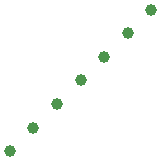
<source format=gbr>
G04 Examples for testing time performance of Gerber parsers*
%FSLAX26Y26*%
%MOMM*%
%ADD10C,1*%
%LPD*%
D10*
X0Y0D03*
X2000000Y2000000D03*
X4000000Y4000000D03*
X6000000Y6000000D03*
X8000000Y8000000D03*
X10000000Y10000000D03*
X12000000Y12000000D03*
M02*

</source>
